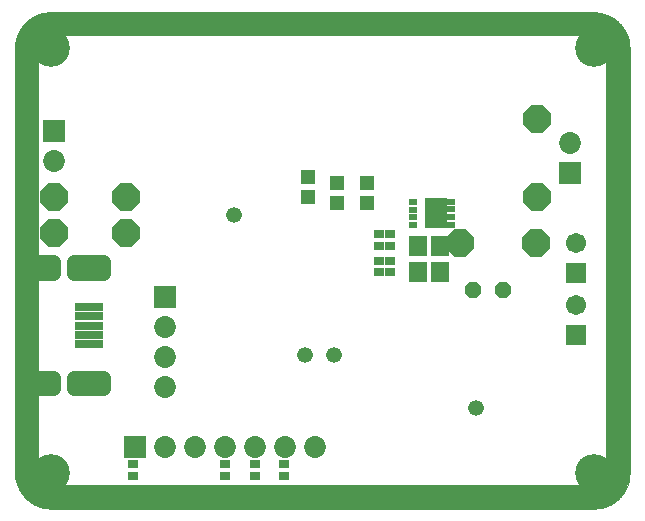
<source format=gbs>
G04 EAGLE Gerber RS-274X export*
G75*
%MOMM*%
%FSLAX35Y35*%
%LPD*%
%INsolder_mask_bottom*%
%IPPOS*%
%AMOC8*
5,1,8,0,0,1.08239X$1,22.5*%
G01*
%ADD10C,0.000000*%
%ADD11C,2.000000*%
%ADD12R,1.203200X1.303200*%
%ADD13R,0.903200X0.803200*%
%ADD14R,1.503200X1.703200*%
%ADD15R,0.803200X0.503200*%
%ADD16R,0.838200X0.503200*%
%ADD17R,1.978200X2.653200*%
%ADD18P,1.539592X8X22.500000*%
%ADD19C,1.703200*%
%ADD20R,1.703200X1.703200*%
%ADD21R,2.453200X0.703200*%
%ADD22C,1.211759*%
%ADD23P,2.556822X8X22.500000*%
%ADD24P,2.556822X8X202.500000*%
%ADD25P,2.556822X8X112.500000*%
%ADD26R,1.853200X1.853200*%
%ADD27C,1.853200*%
%ADD28C,3.203200*%
%ADD29C,1.328200*%


D10*
X0Y3900000D02*
X0Y300000D01*
X88Y292751D01*
X350Y285506D01*
X788Y278270D01*
X1401Y271046D01*
X2187Y263839D01*
X3148Y256653D01*
X4282Y249493D01*
X5589Y242362D01*
X7068Y235265D01*
X8717Y228205D01*
X10537Y221188D01*
X12526Y214216D01*
X14683Y207295D01*
X17006Y200428D01*
X19495Y193619D01*
X22148Y186872D01*
X24962Y180191D01*
X27938Y173580D01*
X31072Y167043D01*
X34363Y160583D01*
X37810Y154205D01*
X41409Y147912D01*
X45160Y141708D01*
X49059Y135596D01*
X53105Y129581D01*
X57295Y123664D01*
X61627Y117851D01*
X66098Y112144D01*
X70705Y106547D01*
X75447Y101063D01*
X80319Y95695D01*
X85320Y90447D01*
X90447Y85320D01*
X95695Y80319D01*
X101063Y75447D01*
X106547Y70705D01*
X112144Y66098D01*
X117851Y61627D01*
X123664Y57295D01*
X129581Y53105D01*
X135596Y49059D01*
X141708Y45160D01*
X147912Y41409D01*
X154205Y37810D01*
X160583Y34363D01*
X167043Y31072D01*
X173580Y27938D01*
X180191Y24962D01*
X186872Y22148D01*
X193619Y19495D01*
X200428Y17006D01*
X207295Y14683D01*
X214216Y12526D01*
X221188Y10537D01*
X228205Y8717D01*
X235265Y7068D01*
X242362Y5589D01*
X249493Y4282D01*
X256653Y3148D01*
X263839Y2187D01*
X271046Y1401D01*
X278270Y788D01*
X285506Y350D01*
X292751Y88D01*
X300000Y0D01*
X4900000Y0D01*
X4907249Y88D01*
X4914494Y350D01*
X4921730Y788D01*
X4928954Y1401D01*
X4936161Y2187D01*
X4943347Y3148D01*
X4950507Y4282D01*
X4957638Y5589D01*
X4964735Y7068D01*
X4971795Y8717D01*
X4978812Y10537D01*
X4985784Y12526D01*
X4992705Y14683D01*
X4999572Y17006D01*
X5006381Y19495D01*
X5013128Y22148D01*
X5019809Y24962D01*
X5026420Y27938D01*
X5032957Y31072D01*
X5039417Y34363D01*
X5045795Y37810D01*
X5052088Y41409D01*
X5058292Y45160D01*
X5064404Y49059D01*
X5070419Y53105D01*
X5076336Y57295D01*
X5082149Y61627D01*
X5087856Y66098D01*
X5093453Y70705D01*
X5098937Y75447D01*
X5104305Y80319D01*
X5109553Y85320D01*
X5114680Y90447D01*
X5119681Y95695D01*
X5124553Y101063D01*
X5129295Y106547D01*
X5133902Y112144D01*
X5138373Y117851D01*
X5142705Y123664D01*
X5146895Y129581D01*
X5150941Y135596D01*
X5154840Y141708D01*
X5158591Y147912D01*
X5162190Y154205D01*
X5165637Y160583D01*
X5168928Y167043D01*
X5172062Y173580D01*
X5175038Y180191D01*
X5177852Y186872D01*
X5180505Y193619D01*
X5182994Y200428D01*
X5185317Y207295D01*
X5187474Y214216D01*
X5189463Y221188D01*
X5191283Y228205D01*
X5192932Y235265D01*
X5194411Y242362D01*
X5195718Y249493D01*
X5196852Y256653D01*
X5197813Y263839D01*
X5198599Y271046D01*
X5199212Y278270D01*
X5199650Y285506D01*
X5199912Y292751D01*
X5200000Y300000D01*
X5200000Y3900000D01*
X5199912Y3907249D01*
X5199650Y3914494D01*
X5199212Y3921730D01*
X5198599Y3928954D01*
X5197813Y3936161D01*
X5196852Y3943347D01*
X5195718Y3950507D01*
X5194411Y3957638D01*
X5192932Y3964735D01*
X5191283Y3971795D01*
X5189463Y3978812D01*
X5187474Y3985784D01*
X5185317Y3992705D01*
X5182994Y3999572D01*
X5180505Y4006381D01*
X5177852Y4013128D01*
X5175038Y4019809D01*
X5172062Y4026420D01*
X5168928Y4032957D01*
X5165637Y4039417D01*
X5162190Y4045795D01*
X5158591Y4052088D01*
X5154840Y4058292D01*
X5150941Y4064404D01*
X5146895Y4070419D01*
X5142705Y4076336D01*
X5138373Y4082149D01*
X5133902Y4087856D01*
X5129295Y4093453D01*
X5124553Y4098937D01*
X5119681Y4104305D01*
X5114680Y4109553D01*
X5109553Y4114680D01*
X5104305Y4119681D01*
X5098937Y4124553D01*
X5093453Y4129295D01*
X5087856Y4133902D01*
X5082149Y4138373D01*
X5076336Y4142705D01*
X5070419Y4146895D01*
X5064404Y4150941D01*
X5058292Y4154840D01*
X5052088Y4158591D01*
X5045795Y4162190D01*
X5039417Y4165637D01*
X5032957Y4168928D01*
X5026420Y4172062D01*
X5019809Y4175038D01*
X5013128Y4177852D01*
X5006381Y4180505D01*
X4999572Y4182994D01*
X4992705Y4185317D01*
X4985784Y4187474D01*
X4978812Y4189463D01*
X4971795Y4191283D01*
X4964735Y4192932D01*
X4957638Y4194411D01*
X4950507Y4195718D01*
X4943347Y4196852D01*
X4936161Y4197813D01*
X4928954Y4198599D01*
X4921730Y4199212D01*
X4914494Y4199650D01*
X4907249Y4199912D01*
X4900000Y4200000D01*
X300000Y4200000D01*
X292751Y4199912D01*
X285506Y4199650D01*
X278270Y4199212D01*
X271046Y4198599D01*
X263839Y4197813D01*
X256653Y4196852D01*
X249493Y4195718D01*
X242362Y4194411D01*
X235265Y4192932D01*
X228205Y4191283D01*
X221188Y4189463D01*
X214216Y4187474D01*
X207295Y4185317D01*
X200428Y4182994D01*
X193619Y4180505D01*
X186872Y4177852D01*
X180191Y4175038D01*
X173580Y4172062D01*
X167043Y4168928D01*
X160583Y4165637D01*
X154205Y4162190D01*
X147912Y4158591D01*
X141708Y4154840D01*
X135596Y4150941D01*
X129581Y4146895D01*
X123664Y4142705D01*
X117851Y4138373D01*
X112144Y4133902D01*
X106547Y4129295D01*
X101063Y4124553D01*
X95695Y4119681D01*
X90447Y4114680D01*
X85320Y4109553D01*
X80319Y4104305D01*
X75447Y4098937D01*
X70705Y4093453D01*
X66098Y4087856D01*
X61627Y4082149D01*
X57295Y4076336D01*
X53105Y4070419D01*
X49059Y4064404D01*
X45160Y4058292D01*
X41409Y4052088D01*
X37810Y4045795D01*
X34363Y4039417D01*
X31072Y4032957D01*
X27938Y4026420D01*
X24962Y4019809D01*
X22148Y4013128D01*
X19495Y4006381D01*
X17006Y3999572D01*
X14683Y3992705D01*
X12526Y3985784D01*
X10537Y3978812D01*
X8717Y3971795D01*
X7068Y3964735D01*
X5589Y3957638D01*
X4282Y3950507D01*
X3148Y3943347D01*
X2187Y3936161D01*
X1401Y3928954D01*
X788Y3921730D01*
X350Y3914494D01*
X88Y3907249D01*
X0Y3900000D01*
D11*
X5100000Y3900000D02*
X5100000Y300000D01*
X300000Y100000D02*
X295167Y100058D01*
X290337Y100234D01*
X285513Y100525D01*
X280697Y100934D01*
X275893Y101458D01*
X271102Y102099D01*
X266329Y102855D01*
X261575Y103726D01*
X256843Y104712D01*
X252137Y105812D01*
X247459Y107025D01*
X242811Y108351D01*
X238197Y109789D01*
X233618Y111338D01*
X229079Y112997D01*
X224581Y114765D01*
X220127Y116642D01*
X215720Y118625D01*
X211362Y120715D01*
X207055Y122909D01*
X202803Y125206D01*
X198608Y127606D01*
X194472Y130106D01*
X190397Y132706D01*
X186387Y135403D01*
X182443Y138197D01*
X178567Y141084D01*
X174763Y144065D01*
X171032Y147137D01*
X167375Y150298D01*
X163797Y153546D01*
X160298Y156880D01*
X156880Y160298D01*
X153546Y163797D01*
X150298Y167375D01*
X147137Y171032D01*
X144065Y174763D01*
X141084Y178567D01*
X138197Y182443D01*
X135403Y186387D01*
X132706Y190397D01*
X130106Y194472D01*
X127606Y198608D01*
X125206Y202803D01*
X122909Y207055D01*
X120715Y211362D01*
X118625Y215720D01*
X116642Y220127D01*
X114765Y224581D01*
X112997Y229079D01*
X111338Y233618D01*
X109789Y238197D01*
X108351Y242811D01*
X107025Y247459D01*
X105812Y252137D01*
X104712Y256843D01*
X103726Y261575D01*
X102855Y266329D01*
X102099Y271102D01*
X101458Y275893D01*
X100934Y280697D01*
X100525Y285513D01*
X100234Y290337D01*
X100058Y295167D01*
X100000Y300000D01*
X4900000Y100000D02*
X4904833Y100058D01*
X4909663Y100234D01*
X4914487Y100525D01*
X4919303Y100934D01*
X4924107Y101458D01*
X4928898Y102099D01*
X4933671Y102855D01*
X4938425Y103726D01*
X4943157Y104712D01*
X4947863Y105812D01*
X4952541Y107025D01*
X4957189Y108351D01*
X4961803Y109789D01*
X4966382Y111338D01*
X4970921Y112997D01*
X4975419Y114765D01*
X4979873Y116642D01*
X4984280Y118625D01*
X4988638Y120715D01*
X4992945Y122909D01*
X4997197Y125206D01*
X5001392Y127606D01*
X5005528Y130106D01*
X5009603Y132706D01*
X5013613Y135403D01*
X5017557Y138197D01*
X5021433Y141084D01*
X5025237Y144065D01*
X5028968Y147137D01*
X5032625Y150298D01*
X5036203Y153546D01*
X5039702Y156880D01*
X5043120Y160298D01*
X5046454Y163797D01*
X5049702Y167375D01*
X5052863Y171032D01*
X5055935Y174763D01*
X5058916Y178567D01*
X5061803Y182443D01*
X5064597Y186387D01*
X5067294Y190397D01*
X5069894Y194472D01*
X5072394Y198608D01*
X5074794Y202803D01*
X5077091Y207055D01*
X5079285Y211362D01*
X5081375Y215720D01*
X5083358Y220127D01*
X5085235Y224581D01*
X5087003Y229079D01*
X5088662Y233618D01*
X5090211Y238197D01*
X5091649Y242811D01*
X5092975Y247459D01*
X5094188Y252137D01*
X5095288Y256843D01*
X5096274Y261575D01*
X5097145Y266329D01*
X5097901Y271102D01*
X5098542Y275893D01*
X5099066Y280697D01*
X5099475Y285513D01*
X5099766Y290337D01*
X5099942Y295167D01*
X5100000Y300000D01*
X5100000Y3900000D02*
X5099942Y3904833D01*
X5099766Y3909663D01*
X5099475Y3914487D01*
X5099066Y3919303D01*
X5098542Y3924107D01*
X5097901Y3928898D01*
X5097145Y3933671D01*
X5096274Y3938425D01*
X5095288Y3943157D01*
X5094188Y3947863D01*
X5092975Y3952541D01*
X5091649Y3957189D01*
X5090211Y3961803D01*
X5088662Y3966382D01*
X5087003Y3970921D01*
X5085235Y3975419D01*
X5083358Y3979873D01*
X5081375Y3984280D01*
X5079285Y3988638D01*
X5077091Y3992945D01*
X5074794Y3997197D01*
X5072394Y4001392D01*
X5069894Y4005528D01*
X5067294Y4009603D01*
X5064597Y4013613D01*
X5061803Y4017557D01*
X5058916Y4021433D01*
X5055935Y4025237D01*
X5052863Y4028968D01*
X5049702Y4032625D01*
X5046454Y4036203D01*
X5043120Y4039702D01*
X5039702Y4043120D01*
X5036203Y4046454D01*
X5032625Y4049702D01*
X5028968Y4052863D01*
X5025237Y4055935D01*
X5021433Y4058916D01*
X5017557Y4061803D01*
X5013613Y4064597D01*
X5009603Y4067294D01*
X5005528Y4069894D01*
X5001392Y4072394D01*
X4997197Y4074794D01*
X4992945Y4077091D01*
X4988638Y4079285D01*
X4984280Y4081375D01*
X4979873Y4083358D01*
X4975419Y4085235D01*
X4970921Y4087003D01*
X4966382Y4088662D01*
X4961803Y4090211D01*
X4957189Y4091649D01*
X4952541Y4092975D01*
X4947863Y4094188D01*
X4943157Y4095288D01*
X4938425Y4096274D01*
X4933671Y4097145D01*
X4928898Y4097901D01*
X4924107Y4098542D01*
X4919303Y4099066D01*
X4914487Y4099475D01*
X4909663Y4099766D01*
X4904833Y4099942D01*
X4900000Y4100000D01*
X300000Y4100000D02*
X295167Y4099942D01*
X290337Y4099766D01*
X285513Y4099475D01*
X280697Y4099066D01*
X275893Y4098542D01*
X271102Y4097901D01*
X266329Y4097145D01*
X261575Y4096274D01*
X256843Y4095288D01*
X252137Y4094188D01*
X247459Y4092975D01*
X242811Y4091649D01*
X238197Y4090211D01*
X233618Y4088662D01*
X229079Y4087003D01*
X224581Y4085235D01*
X220127Y4083358D01*
X215720Y4081375D01*
X211362Y4079285D01*
X207055Y4077091D01*
X202803Y4074794D01*
X198608Y4072394D01*
X194472Y4069894D01*
X190397Y4067294D01*
X186387Y4064597D01*
X182443Y4061803D01*
X178567Y4058916D01*
X174763Y4055935D01*
X171032Y4052863D01*
X167375Y4049702D01*
X163797Y4046454D01*
X160298Y4043120D01*
X156880Y4039702D01*
X153546Y4036203D01*
X150298Y4032625D01*
X147137Y4028968D01*
X144065Y4025237D01*
X141084Y4021433D01*
X138197Y4017557D01*
X135403Y4013613D01*
X132706Y4009603D01*
X130106Y4005528D01*
X127606Y4001392D01*
X125206Y3997197D01*
X122909Y3992945D01*
X120715Y3988638D01*
X118625Y3984280D01*
X116642Y3979873D01*
X114765Y3975419D01*
X112997Y3970921D01*
X111338Y3966382D01*
X109789Y3961803D01*
X108351Y3957189D01*
X107025Y3952541D01*
X105812Y3947863D01*
X104712Y3943157D01*
X103726Y3938425D01*
X102855Y3933671D01*
X102099Y3928898D01*
X101458Y3924107D01*
X100934Y3919303D01*
X100525Y3914487D01*
X100234Y3909663D01*
X100058Y3904833D01*
X100000Y3900000D01*
X100000Y300000D01*
X300000Y4100000D02*
X4900000Y4100000D01*
X4900000Y100000D02*
X300000Y100000D01*
D12*
X2725000Y2590000D03*
X2725000Y2760000D03*
D13*
X3175000Y2000000D03*
X3175000Y2100000D03*
X3075000Y2100000D03*
X3075000Y2000000D03*
D12*
X2975000Y2760000D03*
X2975000Y2590000D03*
D13*
X3075000Y2325000D03*
X3075000Y2225000D03*
X3175000Y2225000D03*
X3175000Y2325000D03*
D14*
X3595000Y2225000D03*
X3405000Y2225000D03*
X3595000Y2000000D03*
X3405000Y2000000D03*
D15*
X3370000Y2400000D03*
X3370000Y2465000D03*
X3370000Y2530000D03*
X3370000Y2595000D03*
D16*
X3677500Y2597500D03*
X3677500Y2532500D03*
X3677500Y2467500D03*
X3677500Y2402500D03*
D17*
X3557500Y2500000D03*
D18*
X3873000Y1850000D03*
X4127000Y1850000D03*
D12*
X2475000Y2810000D03*
X2475000Y2640000D03*
D13*
X1000000Y375000D03*
X1000000Y275000D03*
X1775000Y375000D03*
X1775000Y275000D03*
X2025000Y375000D03*
X2025000Y275000D03*
X2275000Y375000D03*
X2275000Y275000D03*
D19*
X4750000Y1727000D03*
D20*
X4750000Y1473000D03*
D19*
X4750000Y2252000D03*
D20*
X4750000Y1998000D03*
D21*
X625000Y1550000D03*
X625000Y1630000D03*
X625000Y1470000D03*
X625000Y1710000D03*
X625000Y1390000D03*
D22*
X749572Y1010428D02*
X500428Y1010428D01*
X500428Y1109572D01*
X749572Y1109572D01*
X749572Y1010428D01*
X749572Y1990428D02*
X500428Y1990428D01*
X500428Y2089572D01*
X749572Y2089572D01*
X749572Y1990428D01*
X324572Y1010428D02*
X75428Y1010428D01*
X75428Y1109572D01*
X324572Y1109572D01*
X324572Y1010428D01*
X324572Y1990428D02*
X75428Y1990428D01*
X75428Y2089572D01*
X324572Y2089572D01*
X324572Y1990428D01*
D23*
X325000Y2640000D03*
X933000Y2640000D03*
X325000Y2334750D03*
X933000Y2336000D03*
D24*
X4411250Y2247000D03*
X3761250Y2247000D03*
D25*
X4414000Y2640000D03*
X4414000Y3298000D03*
D26*
X325000Y3194000D03*
D27*
X325000Y2940000D03*
D26*
X4693000Y2840000D03*
D27*
X4693000Y3094000D03*
D26*
X1266250Y1789750D03*
D27*
X1266250Y1535750D03*
X1266250Y1281750D03*
X1266250Y1027750D03*
D26*
X1013000Y525000D03*
D27*
X1267000Y525000D03*
X1521000Y525000D03*
X1775000Y525000D03*
X2029000Y525000D03*
X2283000Y525000D03*
X2537000Y525000D03*
D28*
X300000Y3900000D03*
X4900000Y3900000D03*
X4900000Y300000D03*
X300000Y300000D03*
D29*
X2700000Y1300000D03*
X1850000Y2487500D03*
X2450000Y1300000D03*
X3900000Y850000D03*
M02*

</source>
